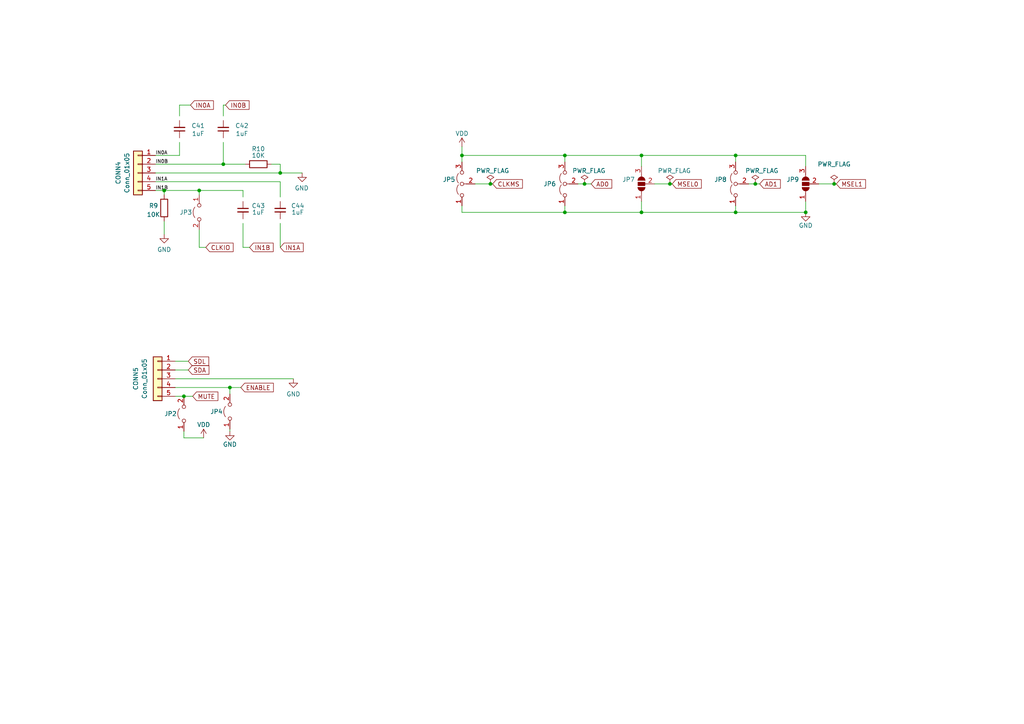
<source format=kicad_sch>
(kicad_sch (version 20211123) (generator eeschema)

  (uuid 2bfe05da-4c21-49bf-9933-299fafa9d514)

  (paper "A4")

  (title_block
    (title "ma12070p Amp")
    (date "2022-06-23")
    (rev "1")
    (comment 1 "designed by Fabian Muehlberger")
  )

  (lib_symbols
    (symbol "Connector_Generic:Conn_01x05" (pin_names (offset 1.016) hide) (in_bom yes) (on_board yes)
      (property "Reference" "J" (id 0) (at 0 7.62 0)
        (effects (font (size 1.27 1.27)))
      )
      (property "Value" "Conn_01x05" (id 1) (at 0 -7.62 0)
        (effects (font (size 1.27 1.27)))
      )
      (property "Footprint" "" (id 2) (at 0 0 0)
        (effects (font (size 1.27 1.27)) hide)
      )
      (property "Datasheet" "~" (id 3) (at 0 0 0)
        (effects (font (size 1.27 1.27)) hide)
      )
      (property "ki_keywords" "connector" (id 4) (at 0 0 0)
        (effects (font (size 1.27 1.27)) hide)
      )
      (property "ki_description" "Generic connector, single row, 01x05, script generated (kicad-library-utils/schlib/autogen/connector/)" (id 5) (at 0 0 0)
        (effects (font (size 1.27 1.27)) hide)
      )
      (property "ki_fp_filters" "Connector*:*_1x??_*" (id 6) (at 0 0 0)
        (effects (font (size 1.27 1.27)) hide)
      )
      (symbol "Conn_01x05_1_1"
        (rectangle (start -1.27 -4.953) (end 0 -5.207)
          (stroke (width 0.1524) (type default) (color 0 0 0 0))
          (fill (type none))
        )
        (rectangle (start -1.27 -2.413) (end 0 -2.667)
          (stroke (width 0.1524) (type default) (color 0 0 0 0))
          (fill (type none))
        )
        (rectangle (start -1.27 0.127) (end 0 -0.127)
          (stroke (width 0.1524) (type default) (color 0 0 0 0))
          (fill (type none))
        )
        (rectangle (start -1.27 2.667) (end 0 2.413)
          (stroke (width 0.1524) (type default) (color 0 0 0 0))
          (fill (type none))
        )
        (rectangle (start -1.27 5.207) (end 0 4.953)
          (stroke (width 0.1524) (type default) (color 0 0 0 0))
          (fill (type none))
        )
        (rectangle (start -1.27 6.35) (end 1.27 -6.35)
          (stroke (width 0.254) (type default) (color 0 0 0 0))
          (fill (type background))
        )
        (pin passive line (at -5.08 5.08 0) (length 3.81)
          (name "Pin_1" (effects (font (size 1.27 1.27))))
          (number "1" (effects (font (size 1.27 1.27))))
        )
        (pin passive line (at -5.08 2.54 0) (length 3.81)
          (name "Pin_2" (effects (font (size 1.27 1.27))))
          (number "2" (effects (font (size 1.27 1.27))))
        )
        (pin passive line (at -5.08 0 0) (length 3.81)
          (name "Pin_3" (effects (font (size 1.27 1.27))))
          (number "3" (effects (font (size 1.27 1.27))))
        )
        (pin passive line (at -5.08 -2.54 0) (length 3.81)
          (name "Pin_4" (effects (font (size 1.27 1.27))))
          (number "4" (effects (font (size 1.27 1.27))))
        )
        (pin passive line (at -5.08 -5.08 0) (length 3.81)
          (name "Pin_5" (effects (font (size 1.27 1.27))))
          (number "5" (effects (font (size 1.27 1.27))))
        )
      )
    )
    (symbol "Device:C_Small" (pin_numbers hide) (pin_names (offset 0.254) hide) (in_bom yes) (on_board yes)
      (property "Reference" "C" (id 0) (at 0.254 1.778 0)
        (effects (font (size 1.27 1.27)) (justify left))
      )
      (property "Value" "C_Small" (id 1) (at 0.254 -2.032 0)
        (effects (font (size 1.27 1.27)) (justify left))
      )
      (property "Footprint" "" (id 2) (at 0 0 0)
        (effects (font (size 1.27 1.27)) hide)
      )
      (property "Datasheet" "~" (id 3) (at 0 0 0)
        (effects (font (size 1.27 1.27)) hide)
      )
      (property "ki_keywords" "capacitor cap" (id 4) (at 0 0 0)
        (effects (font (size 1.27 1.27)) hide)
      )
      (property "ki_description" "Unpolarized capacitor, small symbol" (id 5) (at 0 0 0)
        (effects (font (size 1.27 1.27)) hide)
      )
      (property "ki_fp_filters" "C_*" (id 6) (at 0 0 0)
        (effects (font (size 1.27 1.27)) hide)
      )
      (symbol "C_Small_0_1"
        (polyline
          (pts
            (xy -1.524 -0.508)
            (xy 1.524 -0.508)
          )
          (stroke (width 0.3302) (type default) (color 0 0 0 0))
          (fill (type none))
        )
        (polyline
          (pts
            (xy -1.524 0.508)
            (xy 1.524 0.508)
          )
          (stroke (width 0.3048) (type default) (color 0 0 0 0))
          (fill (type none))
        )
      )
      (symbol "C_Small_1_1"
        (pin passive line (at 0 2.54 270) (length 2.032)
          (name "~" (effects (font (size 1.27 1.27))))
          (number "1" (effects (font (size 1.27 1.27))))
        )
        (pin passive line (at 0 -2.54 90) (length 2.032)
          (name "~" (effects (font (size 1.27 1.27))))
          (number "2" (effects (font (size 1.27 1.27))))
        )
      )
    )
    (symbol "Device:R" (pin_numbers hide) (pin_names (offset 0)) (in_bom yes) (on_board yes)
      (property "Reference" "R" (id 0) (at 2.032 0 90)
        (effects (font (size 1.27 1.27)))
      )
      (property "Value" "R" (id 1) (at 0 0 90)
        (effects (font (size 1.27 1.27)))
      )
      (property "Footprint" "" (id 2) (at -1.778 0 90)
        (effects (font (size 1.27 1.27)) hide)
      )
      (property "Datasheet" "~" (id 3) (at 0 0 0)
        (effects (font (size 1.27 1.27)) hide)
      )
      (property "ki_keywords" "R res resistor" (id 4) (at 0 0 0)
        (effects (font (size 1.27 1.27)) hide)
      )
      (property "ki_description" "Resistor" (id 5) (at 0 0 0)
        (effects (font (size 1.27 1.27)) hide)
      )
      (property "ki_fp_filters" "R_*" (id 6) (at 0 0 0)
        (effects (font (size 1.27 1.27)) hide)
      )
      (symbol "R_0_1"
        (rectangle (start -1.016 -2.54) (end 1.016 2.54)
          (stroke (width 0.254) (type default) (color 0 0 0 0))
          (fill (type none))
        )
      )
      (symbol "R_1_1"
        (pin passive line (at 0 3.81 270) (length 1.27)
          (name "~" (effects (font (size 1.27 1.27))))
          (number "1" (effects (font (size 1.27 1.27))))
        )
        (pin passive line (at 0 -3.81 90) (length 1.27)
          (name "~" (effects (font (size 1.27 1.27))))
          (number "2" (effects (font (size 1.27 1.27))))
        )
      )
    )
    (symbol "Jumper:Jumper_2_Open" (pin_names (offset 0) hide) (in_bom yes) (on_board yes)
      (property "Reference" "JP" (id 0) (at 0 2.794 0)
        (effects (font (size 1.27 1.27)))
      )
      (property "Value" "Jumper_2_Open" (id 1) (at 0 -2.286 0)
        (effects (font (size 1.27 1.27)))
      )
      (property "Footprint" "" (id 2) (at 0 0 0)
        (effects (font (size 1.27 1.27)) hide)
      )
      (property "Datasheet" "~" (id 3) (at 0 0 0)
        (effects (font (size 1.27 1.27)) hide)
      )
      (property "ki_keywords" "Jumper SPST" (id 4) (at 0 0 0)
        (effects (font (size 1.27 1.27)) hide)
      )
      (property "ki_description" "Jumper, 2-pole, open" (id 5) (at 0 0 0)
        (effects (font (size 1.27 1.27)) hide)
      )
      (property "ki_fp_filters" "Jumper* TestPoint*2Pads* TestPoint*Bridge*" (id 6) (at 0 0 0)
        (effects (font (size 1.27 1.27)) hide)
      )
      (symbol "Jumper_2_Open_0_0"
        (circle (center -2.032 0) (radius 0.508)
          (stroke (width 0) (type default) (color 0 0 0 0))
          (fill (type none))
        )
        (circle (center 2.032 0) (radius 0.508)
          (stroke (width 0) (type default) (color 0 0 0 0))
          (fill (type none))
        )
      )
      (symbol "Jumper_2_Open_0_1"
        (arc (start 1.524 1.27) (mid 0 1.778) (end -1.524 1.27)
          (stroke (width 0) (type default) (color 0 0 0 0))
          (fill (type none))
        )
      )
      (symbol "Jumper_2_Open_1_1"
        (pin passive line (at -5.08 0 0) (length 2.54)
          (name "A" (effects (font (size 1.27 1.27))))
          (number "1" (effects (font (size 1.27 1.27))))
        )
        (pin passive line (at 5.08 0 180) (length 2.54)
          (name "B" (effects (font (size 1.27 1.27))))
          (number "2" (effects (font (size 1.27 1.27))))
        )
      )
    )
    (symbol "Jumper:Jumper_3_Open" (pin_names (offset 0) hide) (in_bom yes) (on_board yes)
      (property "Reference" "JP" (id 0) (at -2.54 -2.54 0)
        (effects (font (size 1.27 1.27)))
      )
      (property "Value" "Jumper_3_Open" (id 1) (at 0 2.794 0)
        (effects (font (size 1.27 1.27)))
      )
      (property "Footprint" "" (id 2) (at 0 0 0)
        (effects (font (size 1.27 1.27)) hide)
      )
      (property "Datasheet" "~" (id 3) (at 0 0 0)
        (effects (font (size 1.27 1.27)) hide)
      )
      (property "ki_keywords" "Jumper SPDT" (id 4) (at 0 0 0)
        (effects (font (size 1.27 1.27)) hide)
      )
      (property "ki_description" "Jumper, 3-pole, both open" (id 5) (at 0 0 0)
        (effects (font (size 1.27 1.27)) hide)
      )
      (property "ki_fp_filters" "Jumper* TestPoint*3Pads* TestPoint*Bridge*" (id 6) (at 0 0 0)
        (effects (font (size 1.27 1.27)) hide)
      )
      (symbol "Jumper_3_Open_0_0"
        (circle (center -3.302 0) (radius 0.508)
          (stroke (width 0) (type default) (color 0 0 0 0))
          (fill (type none))
        )
        (circle (center 0 0) (radius 0.508)
          (stroke (width 0) (type default) (color 0 0 0 0))
          (fill (type none))
        )
        (circle (center 3.302 0) (radius 0.508)
          (stroke (width 0) (type default) (color 0 0 0 0))
          (fill (type none))
        )
      )
      (symbol "Jumper_3_Open_0_1"
        (arc (start -0.254 1.016) (mid -1.651 1.4992) (end -3.048 1.016)
          (stroke (width 0) (type default) (color 0 0 0 0))
          (fill (type none))
        )
        (polyline
          (pts
            (xy 0 -0.508)
            (xy 0 -1.27)
          )
          (stroke (width 0) (type default) (color 0 0 0 0))
          (fill (type none))
        )
        (arc (start 3.048 1.016) (mid 1.651 1.4992) (end 0.254 1.016)
          (stroke (width 0) (type default) (color 0 0 0 0))
          (fill (type none))
        )
      )
      (symbol "Jumper_3_Open_1_1"
        (pin passive line (at -6.35 0 0) (length 2.54)
          (name "A" (effects (font (size 1.27 1.27))))
          (number "1" (effects (font (size 1.27 1.27))))
        )
        (pin input line (at 0 -3.81 90) (length 2.54)
          (name "C" (effects (font (size 1.27 1.27))))
          (number "2" (effects (font (size 1.27 1.27))))
        )
        (pin passive line (at 6.35 0 180) (length 2.54)
          (name "B" (effects (font (size 1.27 1.27))))
          (number "3" (effects (font (size 1.27 1.27))))
        )
      )
    )
    (symbol "Jumper:SolderJumper_3_Open" (pin_names (offset 0) hide) (in_bom yes) (on_board yes)
      (property "Reference" "JP" (id 0) (at -2.54 -2.54 0)
        (effects (font (size 1.27 1.27)))
      )
      (property "Value" "SolderJumper_3_Open" (id 1) (at 0 2.794 0)
        (effects (font (size 1.27 1.27)))
      )
      (property "Footprint" "" (id 2) (at 0 0 0)
        (effects (font (size 1.27 1.27)) hide)
      )
      (property "Datasheet" "~" (id 3) (at 0 0 0)
        (effects (font (size 1.27 1.27)) hide)
      )
      (property "ki_keywords" "Solder Jumper SPDT" (id 4) (at 0 0 0)
        (effects (font (size 1.27 1.27)) hide)
      )
      (property "ki_description" "Solder Jumper, 3-pole, open" (id 5) (at 0 0 0)
        (effects (font (size 1.27 1.27)) hide)
      )
      (property "ki_fp_filters" "SolderJumper*Open*" (id 6) (at 0 0 0)
        (effects (font (size 1.27 1.27)) hide)
      )
      (symbol "SolderJumper_3_Open_0_1"
        (arc (start -1.016 1.016) (mid -2.032 0) (end -1.016 -1.016)
          (stroke (width 0) (type default) (color 0 0 0 0))
          (fill (type none))
        )
        (arc (start -1.016 1.016) (mid -2.032 0) (end -1.016 -1.016)
          (stroke (width 0) (type default) (color 0 0 0 0))
          (fill (type outline))
        )
        (rectangle (start -0.508 1.016) (end 0.508 -1.016)
          (stroke (width 0) (type default) (color 0 0 0 0))
          (fill (type outline))
        )
        (polyline
          (pts
            (xy -2.54 0)
            (xy -2.032 0)
          )
          (stroke (width 0) (type default) (color 0 0 0 0))
          (fill (type none))
        )
        (polyline
          (pts
            (xy -1.016 1.016)
            (xy -1.016 -1.016)
          )
          (stroke (width 0) (type default) (color 0 0 0 0))
          (fill (type none))
        )
        (polyline
          (pts
            (xy 0 -1.27)
            (xy 0 -1.016)
          )
          (stroke (width 0) (type default) (color 0 0 0 0))
          (fill (type none))
        )
        (polyline
          (pts
            (xy 1.016 1.016)
            (xy 1.016 -1.016)
          )
          (stroke (width 0) (type default) (color 0 0 0 0))
          (fill (type none))
        )
        (polyline
          (pts
            (xy 2.54 0)
            (xy 2.032 0)
          )
          (stroke (width 0) (type default) (color 0 0 0 0))
          (fill (type none))
        )
        (arc (start 1.016 -1.016) (mid 2.032 0) (end 1.016 1.016)
          (stroke (width 0) (type default) (color 0 0 0 0))
          (fill (type none))
        )
        (arc (start 1.016 -1.016) (mid 2.032 0) (end 1.016 1.016)
          (stroke (width 0) (type default) (color 0 0 0 0))
          (fill (type outline))
        )
      )
      (symbol "SolderJumper_3_Open_1_1"
        (pin passive line (at -5.08 0 0) (length 2.54)
          (name "A" (effects (font (size 1.27 1.27))))
          (number "1" (effects (font (size 1.27 1.27))))
        )
        (pin input line (at 0 -3.81 90) (length 2.54)
          (name "C" (effects (font (size 1.27 1.27))))
          (number "2" (effects (font (size 1.27 1.27))))
        )
        (pin passive line (at 5.08 0 180) (length 2.54)
          (name "B" (effects (font (size 1.27 1.27))))
          (number "3" (effects (font (size 1.27 1.27))))
        )
      )
    )
    (symbol "power:GND" (power) (pin_names (offset 0)) (in_bom yes) (on_board yes)
      (property "Reference" "#PWR" (id 0) (at 0 -6.35 0)
        (effects (font (size 1.27 1.27)) hide)
      )
      (property "Value" "GND" (id 1) (at 0 -3.81 0)
        (effects (font (size 1.27 1.27)))
      )
      (property "Footprint" "" (id 2) (at 0 0 0)
        (effects (font (size 1.27 1.27)) hide)
      )
      (property "Datasheet" "" (id 3) (at 0 0 0)
        (effects (font (size 1.27 1.27)) hide)
      )
      (property "ki_keywords" "power-flag" (id 4) (at 0 0 0)
        (effects (font (size 1.27 1.27)) hide)
      )
      (property "ki_description" "Power symbol creates a global label with name \"GND\" , ground" (id 5) (at 0 0 0)
        (effects (font (size 1.27 1.27)) hide)
      )
      (symbol "GND_0_1"
        (polyline
          (pts
            (xy 0 0)
            (xy 0 -1.27)
            (xy 1.27 -1.27)
            (xy 0 -2.54)
            (xy -1.27 -1.27)
            (xy 0 -1.27)
          )
          (stroke (width 0) (type default) (color 0 0 0 0))
          (fill (type none))
        )
      )
      (symbol "GND_1_1"
        (pin power_in line (at 0 0 270) (length 0) hide
          (name "GND" (effects (font (size 1.27 1.27))))
          (number "1" (effects (font (size 1.27 1.27))))
        )
      )
    )
    (symbol "power:PWR_FLAG" (power) (pin_numbers hide) (pin_names (offset 0) hide) (in_bom yes) (on_board yes)
      (property "Reference" "#FLG" (id 0) (at 0 1.905 0)
        (effects (font (size 1.27 1.27)) hide)
      )
      (property "Value" "PWR_FLAG" (id 1) (at 0 3.81 0)
        (effects (font (size 1.27 1.27)))
      )
      (property "Footprint" "" (id 2) (at 0 0 0)
        (effects (font (size 1.27 1.27)) hide)
      )
      (property "Datasheet" "~" (id 3) (at 0 0 0)
        (effects (font (size 1.27 1.27)) hide)
      )
      (property "ki_keywords" "power-flag" (id 4) (at 0 0 0)
        (effects (font (size 1.27 1.27)) hide)
      )
      (property "ki_description" "Special symbol for telling ERC where power comes from" (id 5) (at 0 0 0)
        (effects (font (size 1.27 1.27)) hide)
      )
      (symbol "PWR_FLAG_0_0"
        (pin power_out line (at 0 0 90) (length 0)
          (name "pwr" (effects (font (size 1.27 1.27))))
          (number "1" (effects (font (size 1.27 1.27))))
        )
      )
      (symbol "PWR_FLAG_0_1"
        (polyline
          (pts
            (xy 0 0)
            (xy 0 1.27)
            (xy -1.016 1.905)
            (xy 0 2.54)
            (xy 1.016 1.905)
            (xy 0 1.27)
          )
          (stroke (width 0) (type default) (color 0 0 0 0))
          (fill (type none))
        )
      )
    )
    (symbol "power:VDD" (power) (pin_names (offset 0)) (in_bom yes) (on_board yes)
      (property "Reference" "#PWR" (id 0) (at 0 -3.81 0)
        (effects (font (size 1.27 1.27)) hide)
      )
      (property "Value" "VDD" (id 1) (at 0 3.81 0)
        (effects (font (size 1.27 1.27)))
      )
      (property "Footprint" "" (id 2) (at 0 0 0)
        (effects (font (size 1.27 1.27)) hide)
      )
      (property "Datasheet" "" (id 3) (at 0 0 0)
        (effects (font (size 1.27 1.27)) hide)
      )
      (property "ki_keywords" "power-flag" (id 4) (at 0 0 0)
        (effects (font (size 1.27 1.27)) hide)
      )
      (property "ki_description" "Power symbol creates a global label with name \"VDD\"" (id 5) (at 0 0 0)
        (effects (font (size 1.27 1.27)) hide)
      )
      (symbol "VDD_0_1"
        (polyline
          (pts
            (xy -0.762 1.27)
            (xy 0 2.54)
          )
          (stroke (width 0) (type default) (color 0 0 0 0))
          (fill (type none))
        )
        (polyline
          (pts
            (xy 0 0)
            (xy 0 2.54)
          )
          (stroke (width 0) (type default) (color 0 0 0 0))
          (fill (type none))
        )
        (polyline
          (pts
            (xy 0 2.54)
            (xy 0.762 1.27)
          )
          (stroke (width 0) (type default) (color 0 0 0 0))
          (fill (type none))
        )
      )
      (symbol "VDD_1_1"
        (pin power_in line (at 0 0 90) (length 0) hide
          (name "VDD" (effects (font (size 1.27 1.27))))
          (number "1" (effects (font (size 1.27 1.27))))
        )
      )
    )
  )

  (junction (at 219.075 53.34) (diameter 0) (color 0 0 0 0)
    (uuid 006c179a-bdd1-4975-90c3-dd4562fe50a0)
  )
  (junction (at 57.785 55.245) (diameter 0) (color 0 0 0 0)
    (uuid 11de6b66-d9db-40db-81a4-4f1bd21cbfd4)
  )
  (junction (at 66.675 112.395) (diameter 0) (color 0 0 0 0)
    (uuid 122e8e1b-e35e-46ee-bb76-3b373bf7c852)
  )
  (junction (at 163.83 45.085) (diameter 0) (color 0 0 0 0)
    (uuid 2e9e45a6-4130-47b6-8ed6-d84fbf5cda11)
  )
  (junction (at 186.055 61.595) (diameter 0) (color 0 0 0 0)
    (uuid 63ea64b7-8c9f-4cf7-9e57-2d50966db493)
  )
  (junction (at 163.83 61.595) (diameter 0) (color 0 0 0 0)
    (uuid 650a242a-f6ea-49f8-9ad7-9326e66d112e)
  )
  (junction (at 241.935 53.34) (diameter 0) (color 0 0 0 0)
    (uuid 670ad616-0ea9-4068-ae03-69cda8d0a555)
  )
  (junction (at 53.34 114.935) (diameter 0) (color 0 0 0 0)
    (uuid 671e046e-0339-4b08-8594-aa27d1d15bf8)
  )
  (junction (at 142.24 53.34) (diameter 0) (color 0 0 0 0)
    (uuid 69f87d46-aa85-40d7-9f04-a3001aefe1a9)
  )
  (junction (at 169.545 53.34) (diameter 0) (color 0 0 0 0)
    (uuid 6a1ff3f3-8307-4207-8889-b66907b94b97)
  )
  (junction (at 133.985 45.085) (diameter 0) (color 0 0 0 0)
    (uuid 71675cfb-ad80-4192-9146-f45202ef7fe4)
  )
  (junction (at 213.36 45.085) (diameter 0) (color 0 0 0 0)
    (uuid b28a1a38-fa41-4425-9264-37c338f97e62)
  )
  (junction (at 213.36 61.595) (diameter 0) (color 0 0 0 0)
    (uuid c7264a9e-2ba1-44d6-b400-583936858545)
  )
  (junction (at 81.28 50.165) (diameter 0) (color 0 0 0 0)
    (uuid ce752573-4dbd-4e78-ad9f-d30083d4a5b1)
  )
  (junction (at 194.31 53.34) (diameter 0) (color 0 0 0 0)
    (uuid d2ef18ea-cbc7-43cb-ad4e-04b78b283f31)
  )
  (junction (at 186.055 45.085) (diameter 0) (color 0 0 0 0)
    (uuid de0847f0-b81e-4695-a2af-ed4246cd6990)
  )
  (junction (at 233.68 61.595) (diameter 0) (color 0 0 0 0)
    (uuid ec771424-b6e1-4753-b8b8-0fec38f658a1)
  )
  (junction (at 47.625 55.245) (diameter 0) (color 0 0 0 0)
    (uuid f394e8bd-b340-4e6d-ab5f-c913112c9ba2)
  )
  (junction (at 64.77 47.625) (diameter 0) (color 0 0 0 0)
    (uuid f4bc470f-496d-4774-90e4-14a4c70a2b7f)
  )

  (wire (pts (xy 53.34 114.935) (xy 55.88 114.935))
    (stroke (width 0) (type default) (color 0 0 0 0))
    (uuid 01764c4a-4673-4c17-a053-36621b24497a)
  )
  (wire (pts (xy 57.785 66.675) (xy 57.785 71.755))
    (stroke (width 0) (type default) (color 0 0 0 0))
    (uuid 0389a72f-1b43-4515-abff-2cdefadfa014)
  )
  (wire (pts (xy 241.935 53.34) (xy 242.57 53.34))
    (stroke (width 0) (type default) (color 0 0 0 0))
    (uuid 08238283-c803-472a-bc56-bc84d87c4a76)
  )
  (wire (pts (xy 233.68 45.085) (xy 233.68 48.26))
    (stroke (width 0) (type default) (color 0 0 0 0))
    (uuid 0c31137c-b7c5-4c60-8041-3ffec8f51eaa)
  )
  (wire (pts (xy 217.17 53.34) (xy 219.075 53.34))
    (stroke (width 0) (type default) (color 0 0 0 0))
    (uuid 0f1d3bc9-80eb-4125-8186-d7f358a9c1b9)
  )
  (wire (pts (xy 163.83 45.085) (xy 186.055 45.085))
    (stroke (width 0) (type default) (color 0 0 0 0))
    (uuid 12cabc1f-1ed1-47e5-bf0b-5b252149ae22)
  )
  (wire (pts (xy 50.8 104.775) (xy 54.61 104.775))
    (stroke (width 0) (type default) (color 0 0 0 0))
    (uuid 16c64416-6035-4204-8e7f-92da3d00b9d2)
  )
  (wire (pts (xy 57.785 71.755) (xy 59.69 71.755))
    (stroke (width 0) (type default) (color 0 0 0 0))
    (uuid 1c66d4ce-d063-4e8a-aa4d-1aa9a0d18b33)
  )
  (wire (pts (xy 50.8 107.315) (xy 54.61 107.315))
    (stroke (width 0) (type default) (color 0 0 0 0))
    (uuid 1f6d86b8-f58e-4970-9c87-f82a44f1776e)
  )
  (wire (pts (xy 45.085 47.625) (xy 64.77 47.625))
    (stroke (width 0) (type default) (color 0 0 0 0))
    (uuid 214b9769-d7f0-4ccb-99e9-360e3e213315)
  )
  (wire (pts (xy 189.865 53.34) (xy 194.31 53.34))
    (stroke (width 0) (type default) (color 0 0 0 0))
    (uuid 246fb2cd-acce-4b8d-9a18-c578d298cbff)
  )
  (wire (pts (xy 213.36 45.085) (xy 213.36 46.99))
    (stroke (width 0) (type default) (color 0 0 0 0))
    (uuid 2666105b-aa9d-4b36-a065-5ee1523bca33)
  )
  (wire (pts (xy 186.055 45.085) (xy 213.36 45.085))
    (stroke (width 0) (type default) (color 0 0 0 0))
    (uuid 29ab6fc1-7a32-407d-9334-51de0f756d8f)
  )
  (wire (pts (xy 213.36 59.69) (xy 213.36 61.595))
    (stroke (width 0) (type default) (color 0 0 0 0))
    (uuid 30d6ba06-dcf5-4e1c-9457-892ef79f97ec)
  )
  (wire (pts (xy 66.675 124.46) (xy 66.675 125.095))
    (stroke (width 0) (type default) (color 0 0 0 0))
    (uuid 346d87f1-01ab-46e9-b4b1-297c3163cdeb)
  )
  (wire (pts (xy 169.545 53.34) (xy 171.45 53.34))
    (stroke (width 0) (type default) (color 0 0 0 0))
    (uuid 36746fdf-5bfe-498c-94ed-17af4d33d08b)
  )
  (wire (pts (xy 45.085 45.085) (xy 52.07 45.085))
    (stroke (width 0) (type default) (color 0 0 0 0))
    (uuid 3ab7fba9-9620-452d-bcd1-18af8970663c)
  )
  (wire (pts (xy 81.28 50.165) (xy 87.63 50.165))
    (stroke (width 0) (type default) (color 0 0 0 0))
    (uuid 3c0d2f73-6abc-40a9-93c6-62cea2c6b91f)
  )
  (wire (pts (xy 64.77 30.48) (xy 65.405 30.48))
    (stroke (width 0) (type default) (color 0 0 0 0))
    (uuid 3c5da209-5419-4fa0-a500-82f85e8828bc)
  )
  (wire (pts (xy 53.34 127) (xy 59.055 127))
    (stroke (width 0) (type default) (color 0 0 0 0))
    (uuid 40d041b6-5862-4366-9730-0c4eb0916a49)
  )
  (wire (pts (xy 81.28 52.705) (xy 81.28 57.15))
    (stroke (width 0) (type default) (color 0 0 0 0))
    (uuid 41b93e30-1738-404c-b473-8314a67aacfc)
  )
  (wire (pts (xy 66.675 112.395) (xy 69.85 112.395))
    (stroke (width 0) (type default) (color 0 0 0 0))
    (uuid 4275a0e5-ef2f-446a-8279-636b6be4185d)
  )
  (wire (pts (xy 70.485 57.15) (xy 70.485 55.245))
    (stroke (width 0) (type default) (color 0 0 0 0))
    (uuid 4a0cddbd-910d-4bfe-bef5-39288b95a459)
  )
  (wire (pts (xy 133.985 45.085) (xy 163.83 45.085))
    (stroke (width 0) (type default) (color 0 0 0 0))
    (uuid 4b3d0b76-fcae-4aa7-a9f8-2aeb65a98a33)
  )
  (wire (pts (xy 186.055 58.42) (xy 186.055 61.595))
    (stroke (width 0) (type default) (color 0 0 0 0))
    (uuid 4f8fa38f-7fb9-4fdb-9271-ff57423ac9ff)
  )
  (wire (pts (xy 70.485 55.245) (xy 57.785 55.245))
    (stroke (width 0) (type default) (color 0 0 0 0))
    (uuid 5b170c83-ae76-4100-b214-75f5baa05cf0)
  )
  (wire (pts (xy 53.34 125.095) (xy 53.34 127))
    (stroke (width 0) (type default) (color 0 0 0 0))
    (uuid 7a44de62-7778-494c-83ca-e8da8ba5c927)
  )
  (wire (pts (xy 66.675 112.395) (xy 66.675 114.3))
    (stroke (width 0) (type default) (color 0 0 0 0))
    (uuid 7d7a6067-2fa6-488e-a3c3-7fa3dfae84c3)
  )
  (wire (pts (xy 219.075 53.34) (xy 220.345 53.34))
    (stroke (width 0) (type default) (color 0 0 0 0))
    (uuid 7fe3e15b-eab7-4607-974d-43ec33ef0a46)
  )
  (wire (pts (xy 52.07 33.655) (xy 52.07 30.48))
    (stroke (width 0) (type default) (color 0 0 0 0))
    (uuid 7ffbb970-e44e-40c9-8b1f-9faa32702444)
  )
  (wire (pts (xy 167.64 53.34) (xy 169.545 53.34))
    (stroke (width 0) (type default) (color 0 0 0 0))
    (uuid 8324b8aa-ee9f-4296-bfa0-7e86aa1381e6)
  )
  (wire (pts (xy 133.985 45.085) (xy 133.985 46.99))
    (stroke (width 0) (type default) (color 0 0 0 0))
    (uuid 84513fe9-6638-4265-9de5-83416d78161c)
  )
  (wire (pts (xy 64.77 33.655) (xy 64.77 30.48))
    (stroke (width 0) (type default) (color 0 0 0 0))
    (uuid 845884e7-bac1-43b4-a3df-a665004ddfc8)
  )
  (wire (pts (xy 186.055 61.595) (xy 213.36 61.595))
    (stroke (width 0) (type default) (color 0 0 0 0))
    (uuid 8abe2246-46e6-4e18-9bd1-997f773ec886)
  )
  (wire (pts (xy 137.795 53.34) (xy 142.24 53.34))
    (stroke (width 0) (type default) (color 0 0 0 0))
    (uuid 9076fffb-ee07-4fb0-abd3-082cba53513d)
  )
  (wire (pts (xy 194.31 53.34) (xy 194.945 53.34))
    (stroke (width 0) (type default) (color 0 0 0 0))
    (uuid 916fda47-a64f-450e-ae68-e4466163873a)
  )
  (wire (pts (xy 233.68 58.42) (xy 233.68 61.595))
    (stroke (width 0) (type default) (color 0 0 0 0))
    (uuid 92fdf191-acb8-4fb2-a714-9ac30910e3ba)
  )
  (wire (pts (xy 50.8 114.935) (xy 53.34 114.935))
    (stroke (width 0) (type default) (color 0 0 0 0))
    (uuid 98fb2590-65ae-419a-811e-356c6f9d80b5)
  )
  (wire (pts (xy 81.28 47.625) (xy 81.28 50.165))
    (stroke (width 0) (type default) (color 0 0 0 0))
    (uuid 9a1b5763-a10c-4ea7-b2a5-bc49575966ac)
  )
  (wire (pts (xy 47.625 55.245) (xy 57.785 55.245))
    (stroke (width 0) (type default) (color 0 0 0 0))
    (uuid 9b5a8c16-2e58-45d0-b9b2-2de06ea20030)
  )
  (wire (pts (xy 47.625 64.135) (xy 47.625 67.945))
    (stroke (width 0) (type default) (color 0 0 0 0))
    (uuid a3778bb5-2791-4d96-8efe-3076cde1b9b8)
  )
  (wire (pts (xy 237.49 53.34) (xy 241.935 53.34))
    (stroke (width 0) (type default) (color 0 0 0 0))
    (uuid ac7b0f2b-7a88-4c7c-b88c-0b59adab0e62)
  )
  (wire (pts (xy 45.085 50.165) (xy 81.28 50.165))
    (stroke (width 0) (type default) (color 0 0 0 0))
    (uuid adc4ccb2-abca-409c-b7cf-41bc067ee862)
  )
  (wire (pts (xy 50.8 109.855) (xy 85.09 109.855))
    (stroke (width 0) (type default) (color 0 0 0 0))
    (uuid b3e07641-2306-4b3e-9a7e-840b96a1fa70)
  )
  (wire (pts (xy 142.24 53.34) (xy 142.875 53.34))
    (stroke (width 0) (type default) (color 0 0 0 0))
    (uuid b8c2ce72-50f8-415d-b7be-93bda50fc5cf)
  )
  (wire (pts (xy 78.74 47.625) (xy 81.28 47.625))
    (stroke (width 0) (type default) (color 0 0 0 0))
    (uuid be7f8d24-1518-4cf8-bf64-73c9ea492037)
  )
  (wire (pts (xy 57.785 55.245) (xy 57.785 56.515))
    (stroke (width 0) (type default) (color 0 0 0 0))
    (uuid c2ce31d3-f0df-4b10-8acc-f5874c144277)
  )
  (wire (pts (xy 45.085 52.705) (xy 81.28 52.705))
    (stroke (width 0) (type default) (color 0 0 0 0))
    (uuid c3597b47-f954-4d2a-8e9f-c305215102be)
  )
  (wire (pts (xy 52.07 30.48) (xy 55.245 30.48))
    (stroke (width 0) (type default) (color 0 0 0 0))
    (uuid c54fef9b-960a-4567-9399-4d6ddff0e63a)
  )
  (wire (pts (xy 163.83 45.085) (xy 163.83 46.99))
    (stroke (width 0) (type default) (color 0 0 0 0))
    (uuid c78ae1b6-8470-41b4-a1d5-9234147b14a3)
  )
  (wire (pts (xy 186.055 45.085) (xy 186.055 48.26))
    (stroke (width 0) (type default) (color 0 0 0 0))
    (uuid cae38f0f-919e-4fb4-ad2c-1a5ade1857d3)
  )
  (wire (pts (xy 163.83 61.595) (xy 186.055 61.595))
    (stroke (width 0) (type default) (color 0 0 0 0))
    (uuid d446bec5-1306-4f74-a4f3-b286b1be4183)
  )
  (wire (pts (xy 45.085 55.245) (xy 47.625 55.245))
    (stroke (width 0) (type default) (color 0 0 0 0))
    (uuid df499536-4922-4120-8e72-c76a13859116)
  )
  (wire (pts (xy 70.485 64.77) (xy 70.485 71.755))
    (stroke (width 0) (type default) (color 0 0 0 0))
    (uuid e0ff6ae3-6048-4c26-b99d-f5c3b243d71c)
  )
  (wire (pts (xy 213.36 45.085) (xy 233.68 45.085))
    (stroke (width 0) (type default) (color 0 0 0 0))
    (uuid e1a68f6f-9d1c-4b3a-9c49-c72b3276e700)
  )
  (wire (pts (xy 213.36 61.595) (xy 233.68 61.595))
    (stroke (width 0) (type default) (color 0 0 0 0))
    (uuid e1e40eda-6965-4e11-bfdd-c2671f621204)
  )
  (wire (pts (xy 47.625 55.245) (xy 47.625 56.515))
    (stroke (width 0) (type default) (color 0 0 0 0))
    (uuid e1f3c089-fd10-44f2-8127-a715abc53a4a)
  )
  (wire (pts (xy 133.985 61.595) (xy 163.83 61.595))
    (stroke (width 0) (type default) (color 0 0 0 0))
    (uuid e4ce2f83-3003-40f1-b2db-1a931eff9b2d)
  )
  (wire (pts (xy 133.985 59.69) (xy 133.985 61.595))
    (stroke (width 0) (type default) (color 0 0 0 0))
    (uuid e7182b75-c1d3-464f-9404-1d58a281a071)
  )
  (wire (pts (xy 64.77 41.275) (xy 64.77 47.625))
    (stroke (width 0) (type default) (color 0 0 0 0))
    (uuid ebfe47c8-bdfb-482b-8874-1307c54d9750)
  )
  (wire (pts (xy 163.83 59.69) (xy 163.83 61.595))
    (stroke (width 0) (type default) (color 0 0 0 0))
    (uuid f23978cd-7b1a-4c38-ae20-7a5d65b11e90)
  )
  (wire (pts (xy 81.28 71.755) (xy 81.28 64.77))
    (stroke (width 0) (type default) (color 0 0 0 0))
    (uuid f6c4a7d7-f971-4fe6-95fc-81ecc86c88c3)
  )
  (wire (pts (xy 133.985 42.545) (xy 133.985 45.085))
    (stroke (width 0) (type default) (color 0 0 0 0))
    (uuid f8253213-6ebe-4ae9-a28c-681851b5108c)
  )
  (wire (pts (xy 64.77 47.625) (xy 71.12 47.625))
    (stroke (width 0) (type default) (color 0 0 0 0))
    (uuid f848b116-6489-4c0d-aaf1-cfe49cfa3930)
  )
  (wire (pts (xy 52.07 41.275) (xy 52.07 45.085))
    (stroke (width 0) (type default) (color 0 0 0 0))
    (uuid f9903a45-b72c-4b19-87ce-210caed31d3c)
  )
  (wire (pts (xy 70.485 71.755) (xy 72.39 71.755))
    (stroke (width 0) (type default) (color 0 0 0 0))
    (uuid fb171474-58d4-45ab-806f-9df3ad4848c1)
  )
  (wire (pts (xy 50.8 112.395) (xy 66.675 112.395))
    (stroke (width 0) (type default) (color 0 0 0 0))
    (uuid fb63c955-179a-4b65-8f01-51d387e33d72)
  )

  (label "IN1B" (at 45.085 55.245 0)
    (effects (font (size 1 1)) (justify left bottom))
    (uuid a39ab685-b056-484c-bc2d-2833e45bd129)
  )
  (label "IN0B" (at 45.085 47.625 0)
    (effects (font (size 1 1)) (justify left bottom))
    (uuid bffbee85-d19b-4d00-bcd9-7644150a1c37)
  )
  (label "IN0A" (at 45.085 45.085 0)
    (effects (font (size 1 1)) (justify left bottom))
    (uuid e728c09b-5eae-41f0-a7c0-8ac4d308e5aa)
  )
  (label "IN1A" (at 45.085 52.705 0)
    (effects (font (size 1 1)) (justify left bottom))
    (uuid f24646e4-84ed-4c30-b78f-30951c8139cf)
  )

  (global_label "MSEL0" (shape input) (at 194.945 53.34 0) (fields_autoplaced)
    (effects (font (size 1.27 1.27)) (justify left))
    (uuid 0b275dd2-4165-4d70-b96f-510bd8df5386)
    (property "Intersheet References" "${INTERSHEET_REFS}" (id 0) (at 203.3168 53.4194 0)
      (effects (font (size 1.27 1.27)) (justify left) hide)
    )
  )
  (global_label "AD1" (shape input) (at 220.345 53.34 0) (fields_autoplaced)
    (effects (font (size 1.27 1.27)) (justify left))
    (uuid 15d76a8c-2ffe-4539-be82-f054e30a5003)
    (property "Intersheet References" "${INTERSHEET_REFS}" (id 0) (at 226.2373 53.4194 0)
      (effects (font (size 1.27 1.27)) (justify left) hide)
    )
  )
  (global_label "CLKIO" (shape input) (at 59.69 71.755 0) (fields_autoplaced)
    (effects (font (size 1.27 1.27)) (justify left))
    (uuid 2d7137d6-1fce-4e85-b3c6-6cffb49e2c4c)
    (property "Intersheet References" "${INTERSHEET_REFS}" (id 0) (at 67.5175 71.6756 0)
      (effects (font (size 1.27 1.27)) (justify left) hide)
    )
  )
  (global_label "MUTE" (shape input) (at 55.88 114.935 0) (fields_autoplaced)
    (effects (font (size 1.27 1.27)) (justify left))
    (uuid 3c43b862-699a-4806-8267-7fe24bc43c02)
    (property "Intersheet References" "${INTERSHEET_REFS}" (id 0) (at 63.1028 115.0144 0)
      (effects (font (size 1.27 1.27)) (justify left) hide)
    )
  )
  (global_label "IN0A" (shape input) (at 55.245 30.48 0) (fields_autoplaced)
    (effects (font (size 1.27 1.27)) (justify left))
    (uuid 57688f91-93f9-4bff-a6d0-f4778d4aa498)
    (property "Intersheet References" "${INTERSHEET_REFS}" (id 0) (at 61.8025 30.5594 0)
      (effects (font (size 1.27 1.27)) (justify left) hide)
    )
  )
  (global_label "IN1B" (shape input) (at 72.39 71.755 0) (fields_autoplaced)
    (effects (font (size 1.27 1.27)) (justify left))
    (uuid 7ce30f45-c661-4d6a-9d26-94ad40ea37d2)
    (property "Intersheet References" "${INTERSHEET_REFS}" (id 0) (at 79.129 71.8344 0)
      (effects (font (size 1.27 1.27)) (justify left) hide)
    )
  )
  (global_label "CLKMS" (shape input) (at 142.875 53.34 0) (fields_autoplaced)
    (effects (font (size 1.27 1.27)) (justify left))
    (uuid 8490bce3-f0b8-409d-a3a4-035e50fa7920)
    (property "Intersheet References" "${INTERSHEET_REFS}" (id 0) (at 151.4282 53.2606 0)
      (effects (font (size 1.27 1.27)) (justify left) hide)
    )
  )
  (global_label "IN0B" (shape input) (at 65.405 30.48 0) (fields_autoplaced)
    (effects (font (size 1.27 1.27)) (justify left))
    (uuid 84bdbbcf-a1d5-4e8e-b572-15b79e014d97)
    (property "Intersheet References" "${INTERSHEET_REFS}" (id 0) (at 72.144 30.5594 0)
      (effects (font (size 1.27 1.27)) (justify left) hide)
    )
  )
  (global_label "SDA" (shape input) (at 54.61 107.315 0) (fields_autoplaced)
    (effects (font (size 1.27 1.27)) (justify left))
    (uuid 92735180-72da-4a5c-8a15-5b4239c44a0d)
    (property "Intersheet References" "${INTERSHEET_REFS}" (id 0) (at 60.5023 107.3944 0)
      (effects (font (size 1.27 1.27)) (justify left) hide)
    )
  )
  (global_label "SDL" (shape input) (at 54.61 104.775 0) (fields_autoplaced)
    (effects (font (size 1.27 1.27)) (justify left))
    (uuid a8bece51-1c12-407a-8328-d637aa0d2449)
    (property "Intersheet References" "${INTERSHEET_REFS}" (id 0) (at 60.4418 104.8544 0)
      (effects (font (size 1.27 1.27)) (justify left) hide)
    )
  )
  (global_label "IN1A" (shape input) (at 81.28 71.755 0) (fields_autoplaced)
    (effects (font (size 1.27 1.27)) (justify left))
    (uuid cb98121e-bf37-4ac9-b523-b0daf5444d71)
    (property "Intersheet References" "${INTERSHEET_REFS}" (id 0) (at 87.8375 71.8344 0)
      (effects (font (size 1.27 1.27)) (justify left) hide)
    )
  )
  (global_label "ENABLE" (shape input) (at 69.85 112.395 0) (fields_autoplaced)
    (effects (font (size 1.27 1.27)) (justify left))
    (uuid d3e7114e-5956-4561-86a3-6133a80e5829)
    (property "Intersheet References" "${INTERSHEET_REFS}" (id 0) (at 79.1894 112.4744 0)
      (effects (font (size 1.27 1.27)) (justify left) hide)
    )
  )
  (global_label "MSEL1" (shape input) (at 242.57 53.34 0) (fields_autoplaced)
    (effects (font (size 1.27 1.27)) (justify left))
    (uuid d664ad2c-1dd9-44f8-ab59-e61aa959cc5e)
    (property "Intersheet References" "${INTERSHEET_REFS}" (id 0) (at 250.9418 53.2606 0)
      (effects (font (size 1.27 1.27)) (justify left) hide)
    )
  )
  (global_label "AD0" (shape input) (at 171.45 53.34 0) (fields_autoplaced)
    (effects (font (size 1.27 1.27)) (justify left))
    (uuid f0428f06-4f3f-4e48-a08d-eefb670b671c)
    (property "Intersheet References" "${INTERSHEET_REFS}" (id 0) (at 177.3423 53.4194 0)
      (effects (font (size 1.27 1.27)) (justify left) hide)
    )
  )

  (symbol (lib_id "power:VDD") (at 59.055 127 0) (unit 1)
    (in_bom yes) (on_board yes)
    (uuid 05e7ae7f-1284-46ee-9714-8f284e3ede57)
    (property "Reference" "#PWR028" (id 0) (at 59.055 130.81 0)
      (effects (font (size 1.27 1.27)) hide)
    )
    (property "Value" "VDD" (id 1) (at 59.055 123.19 0))
    (property "Footprint" "" (id 2) (at 59.055 127 0)
      (effects (font (size 1.27 1.27)) hide)
    )
    (property "Datasheet" "" (id 3) (at 59.055 127 0)
      (effects (font (size 1.27 1.27)) hide)
    )
    (pin "1" (uuid 6fc9084f-3be1-4981-9cc5-74b32e282d6d))
  )

  (symbol (lib_id "Connector_Generic:Conn_01x05") (at 40.005 50.165 0) (mirror y) (unit 1)
    (in_bom yes) (on_board yes)
    (uuid 09e2909d-4f5c-4518-a5ad-c3d4ad284416)
    (property "Reference" "CONN4" (id 0) (at 34.29 50.165 90))
    (property "Value" "Conn_01x05" (id 1) (at 36.83 50.165 90))
    (property "Footprint" "Connector_PinHeader_2.54mm:PinHeader_1x05_P2.54mm_Vertical" (id 2) (at 40.005 50.165 0)
      (effects (font (size 1.27 1.27)) hide)
    )
    (property "Datasheet" "~" (id 3) (at 40.005 50.165 0)
      (effects (font (size 1.27 1.27)) hide)
    )
    (property "infineonRef" "PAUDIO1" (id 4) (at 40.005 50.165 0)
      (effects (font (size 1.27 1.27)) hide)
    )
    (pin "1" (uuid eb097467-85ce-4d80-866e-7b4895d5e3ad))
    (pin "2" (uuid 96d88340-89a8-4664-ba03-7db8b11da986))
    (pin "3" (uuid 60b71bae-9a74-4c5a-90d8-77978b453154))
    (pin "4" (uuid f0728cac-e639-49d4-b9d7-e66e82c3c5c4))
    (pin "5" (uuid 4b0aa408-ae0f-402f-bb4c-2150fe93187a))
  )

  (symbol (lib_id "power:GND") (at 66.675 125.095 0) (unit 1)
    (in_bom yes) (on_board yes)
    (uuid 10e38f67-1c25-4f56-a396-f26fb59e8a32)
    (property "Reference" "#PWR029" (id 0) (at 66.675 131.445 0)
      (effects (font (size 1.27 1.27)) hide)
    )
    (property "Value" "GND" (id 1) (at 66.675 128.905 0))
    (property "Footprint" "" (id 2) (at 66.675 125.095 0)
      (effects (font (size 1.27 1.27)) hide)
    )
    (property "Datasheet" "" (id 3) (at 66.675 125.095 0)
      (effects (font (size 1.27 1.27)) hide)
    )
    (pin "1" (uuid 2a6f74d6-1e03-4960-8b3f-3af3d6370e5d))
  )

  (symbol (lib_id "Device:R") (at 74.93 47.625 90) (unit 1)
    (in_bom yes) (on_board yes)
    (uuid 167291af-11c0-4e84-baf5-b28e6a073d9f)
    (property "Reference" "R10" (id 0) (at 74.93 43.18 90))
    (property "Value" "10K" (id 1) (at 74.93 45.085 90))
    (property "Footprint" "Resistor_SMD:R_1206_3216Metric" (id 2) (at 74.93 49.403 90)
      (effects (font (size 1.27 1.27)) hide)
    )
    (property "Datasheet" "~" (id 3) (at 74.93 47.625 0)
      (effects (font (size 1.27 1.27)) hide)
    )
    (property "price" "0,2" (id 4) (at 74.93 47.625 0)
      (effects (font (size 1.27 1.27)) hide)
    )
    (pin "1" (uuid 8e77f037-a0b7-4351-bd6e-8cc0d6691e59))
    (pin "2" (uuid 07808cf9-fc01-4b82-945d-cd851661e0da))
  )

  (symbol (lib_id "Jumper:Jumper_2_Open") (at 66.675 119.38 90) (unit 1)
    (in_bom yes) (on_board yes)
    (uuid 1ec73042-c8ee-40c1-a3fa-3239272a17e3)
    (property "Reference" "JP4" (id 0) (at 60.96 119.38 90)
      (effects (font (size 1.27 1.27)) (justify right))
    )
    (property "Value" "SolderJumper_2_Open" (id 1) (at 70.485 121.92 90)
      (effects (font (size 1.27 1.27)) (justify right) hide)
    )
    (property "Footprint" "Connector_PinHeader_2.54mm:PinHeader_1x02_P2.54mm_Vertical" (id 2) (at 66.675 119.38 0)
      (effects (font (size 1.27 1.27)) hide)
    )
    (property "Datasheet" "~" (id 3) (at 66.675 119.38 0)
      (effects (font (size 1.27 1.27)) hide)
    )
    (pin "1" (uuid 52713c4c-73e3-4e71-86b6-ed8d618acfd7))
    (pin "2" (uuid 0bb0c65a-b36e-48b6-856a-e878fd08048f))
  )

  (symbol (lib_id "Device:C_Small") (at 70.485 60.96 0) (unit 1)
    (in_bom yes) (on_board yes)
    (uuid 1fc7c458-8f28-4ae1-a3f7-929f327c72c5)
    (property "Reference" "C43" (id 0) (at 74.93 59.69 0))
    (property "Value" "1uF" (id 1) (at 74.93 61.595 0))
    (property "Footprint" "Capacitor_SMD:C_1206_3216Metric" (id 2) (at 71.4502 64.77 0)
      (effects (font (size 1.27 1.27)) hide)
    )
    (property "Datasheet" "~" (id 3) (at 70.485 60.96 0)
      (effects (font (size 1.27 1.27)) hide)
    )
    (property "infineonRef" "CAPIN1B" (id 4) (at 70.485 60.96 0)
      (effects (font (size 1.27 1.27)) hide)
    )
    (property "property_1" "X7R" (id 5) (at 70.485 60.96 0)
      (effects (font (size 1.27 1.27)) hide)
    )
    (property "property_2" "50V" (id 6) (at 70.485 60.96 0)
      (effects (font (size 1.27 1.27)) hide)
    )
    (property "manufacturerRef" "GCJ31MR71H105KA12L" (id 7) (at 70.485 60.96 0)
      (effects (font (size 1.27 1.27)) hide)
    )
    (property "price" "0,23" (id 8) (at 70.485 60.96 0)
      (effects (font (size 1.27 1.27)) hide)
    )
    (pin "1" (uuid e93518ff-f784-4f79-91bd-3f907d16dc32))
    (pin "2" (uuid ab82e25e-f77f-4897-9c40-5c749de666c2))
  )

  (symbol (lib_id "power:GND") (at 85.09 109.855 0) (unit 1)
    (in_bom yes) (on_board yes) (fields_autoplaced)
    (uuid 306e8af2-593f-49b8-853c-988c6822afa6)
    (property "Reference" "#PWR030" (id 0) (at 85.09 116.205 0)
      (effects (font (size 1.27 1.27)) hide)
    )
    (property "Value" "GND" (id 1) (at 85.09 114.3 0))
    (property "Footprint" "" (id 2) (at 85.09 109.855 0)
      (effects (font (size 1.27 1.27)) hide)
    )
    (property "Datasheet" "" (id 3) (at 85.09 109.855 0)
      (effects (font (size 1.27 1.27)) hide)
    )
    (pin "1" (uuid f1705ef0-6042-4711-accf-f38c897dea6c))
  )

  (symbol (lib_id "power:GND") (at 233.68 61.595 0) (unit 1)
    (in_bom yes) (on_board yes)
    (uuid 3329aa9a-6034-4385-babe-bbd7c7d983c8)
    (property "Reference" "#PWR033" (id 0) (at 233.68 67.945 0)
      (effects (font (size 1.27 1.27)) hide)
    )
    (property "Value" "GND" (id 1) (at 233.68 65.405 0))
    (property "Footprint" "" (id 2) (at 233.68 61.595 0)
      (effects (font (size 1.27 1.27)) hide)
    )
    (property "Datasheet" "" (id 3) (at 233.68 61.595 0)
      (effects (font (size 1.27 1.27)) hide)
    )
    (pin "1" (uuid bd0faccc-482c-4ffb-b52a-b33bdf8a3c66))
  )

  (symbol (lib_id "Jumper:Jumper_3_Open") (at 213.36 53.34 90) (unit 1)
    (in_bom yes) (on_board yes) (fields_autoplaced)
    (uuid 37edb82e-7af3-49e9-a971-da3cfaa971d2)
    (property "Reference" "JP8" (id 0) (at 210.82 52.0699 90)
      (effects (font (size 1.27 1.27)) (justify left))
    )
    (property "Value" "Jumper:Jumper_3_Open" (id 1) (at 210.82 54.6099 90)
      (effects (font (size 1.27 1.27)) (justify left) hide)
    )
    (property "Footprint" "Connector_PinHeader_2.54mm:PinHeader_1x03_P2.54mm_Vertical" (id 2) (at 213.36 53.34 0)
      (effects (font (size 1.27 1.27)) hide)
    )
    (property "Datasheet" "~" (id 3) (at 213.36 53.34 0)
      (effects (font (size 1.27 1.27)) hide)
    )
    (property "infineonRef" "JP_RD2" (id 4) (at 213.36 53.34 0)
      (effects (font (size 1.27 1.27)) hide)
    )
    (pin "1" (uuid 08e99199-ea93-401d-bc7a-3aebc3df5ed4))
    (pin "2" (uuid 5a817bae-22dd-462a-b7b1-f140ac20fbd6))
    (pin "3" (uuid 6a089202-caf2-4805-8a85-581cf815cb24))
  )

  (symbol (lib_id "power:PWR_FLAG") (at 194.31 53.34 0) (unit 1)
    (in_bom yes) (on_board yes)
    (uuid 3d3c01c4-ceb1-49df-99df-7f320a21527f)
    (property "Reference" "#FLG06" (id 0) (at 194.31 51.435 0)
      (effects (font (size 1.27 1.27)) hide)
    )
    (property "Value" "PWR_FLAG" (id 1) (at 195.58 49.53 0))
    (property "Footprint" "" (id 2) (at 194.31 53.34 0)
      (effects (font (size 1.27 1.27)) hide)
    )
    (property "Datasheet" "~" (id 3) (at 194.31 53.34 0)
      (effects (font (size 1.27 1.27)) hide)
    )
    (pin "1" (uuid f95b70c3-1ecc-4672-b262-bf920cb5d0ca))
  )

  (symbol (lib_id "power:GND") (at 47.625 67.945 0) (unit 1)
    (in_bom yes) (on_board yes) (fields_autoplaced)
    (uuid 4333ce37-c209-4132-bbb5-5b2a9455032e)
    (property "Reference" "#PWR027" (id 0) (at 47.625 74.295 0)
      (effects (font (size 1.27 1.27)) hide)
    )
    (property "Value" "GND" (id 1) (at 47.625 72.39 0))
    (property "Footprint" "" (id 2) (at 47.625 67.945 0)
      (effects (font (size 1.27 1.27)) hide)
    )
    (property "Datasheet" "" (id 3) (at 47.625 67.945 0)
      (effects (font (size 1.27 1.27)) hide)
    )
    (pin "1" (uuid 47363c0a-9fe8-4645-a5f8-b57d49ef7679))
  )

  (symbol (lib_id "Device:C_Small") (at 64.77 37.465 180) (unit 1)
    (in_bom yes) (on_board yes)
    (uuid 5671ee13-03cd-4aa7-b0bd-d9a9f8428395)
    (property "Reference" "C42" (id 0) (at 70.1675 36.4617 0))
    (property "Value" "1uF" (id 1) (at 70.1675 38.7731 0))
    (property "Footprint" "Capacitor_SMD:C_1206_3216Metric" (id 2) (at 63.8048 33.655 0)
      (effects (font (size 1.27 1.27)) hide)
    )
    (property "Datasheet" "~" (id 3) (at 64.77 37.465 0)
      (effects (font (size 1.27 1.27)) hide)
    )
    (property "infineonRef" "CAPIN0A" (id 4) (at 64.77 37.465 0)
      (effects (font (size 1.27 1.27)) hide)
    )
    (property "property_1" "X7R" (id 5) (at 64.77 37.465 0)
      (effects (font (size 1.27 1.27)) hide)
    )
    (property "property_2" "50V" (id 6) (at 64.77 37.465 0)
      (effects (font (size 1.27 1.27)) hide)
    )
    (property "manufacturerRef" "GCJ31MR71H105KA12L" (id 7) (at 64.77 37.465 0)
      (effects (font (size 1.27 1.27)) hide)
    )
    (property "price" "0,23" (id 8) (at 64.77 37.465 0)
      (effects (font (size 1.27 1.27)) hide)
    )
    (pin "1" (uuid f1847937-3bd0-4b58-a076-d4ac51e4e998))
    (pin "2" (uuid 01a7d220-e15f-466d-a939-94c3bf93acf0))
  )

  (symbol (lib_id "power:VDD") (at 133.985 42.545 0) (unit 1)
    (in_bom yes) (on_board yes)
    (uuid 60aac420-754f-44e6-9c99-fad7356965fd)
    (property "Reference" "#PWR032" (id 0) (at 133.985 46.355 0)
      (effects (font (size 1.27 1.27)) hide)
    )
    (property "Value" "VDD" (id 1) (at 133.985 38.735 0))
    (property "Footprint" "" (id 2) (at 133.985 42.545 0)
      (effects (font (size 1.27 1.27)) hide)
    )
    (property "Datasheet" "" (id 3) (at 133.985 42.545 0)
      (effects (font (size 1.27 1.27)) hide)
    )
    (pin "1" (uuid 198fe0ca-f822-4119-b07c-6f4adf3e6f1b))
  )

  (symbol (lib_id "Device:R") (at 47.625 60.325 180) (unit 1)
    (in_bom yes) (on_board yes)
    (uuid 64ed4dff-e7c5-4ea9-8a51-a8fd674f6f43)
    (property "Reference" "R9" (id 0) (at 43.18 59.69 0)
      (effects (font (size 1.27 1.27)) (justify right))
    )
    (property "Value" "10K" (id 1) (at 42.545 62.23 0)
      (effects (font (size 1.27 1.27)) (justify right))
    )
    (property "Footprint" "Resistor_SMD:R_1206_3216Metric" (id 2) (at 49.403 60.325 90)
      (effects (font (size 1.27 1.27)) hide)
    )
    (property "Datasheet" "~" (id 3) (at 47.625 60.325 0)
      (effects (font (size 1.27 1.27)) hide)
    )
    (property "price" "0,2" (id 4) (at 47.625 60.325 0)
      (effects (font (size 1.27 1.27)) hide)
    )
    (pin "1" (uuid 6305a43c-1a63-47e4-b7d1-218d4a0fef5b))
    (pin "2" (uuid 8b373abd-e57b-4680-8aae-e1aa9aaf9432))
  )

  (symbol (lib_id "Device:C_Small") (at 81.28 60.96 180) (unit 1)
    (in_bom yes) (on_board yes)
    (uuid 7b581079-951d-4454-aa33-98d8b365ae91)
    (property "Reference" "C44" (id 0) (at 86.36 59.69 0))
    (property "Value" "1uF" (id 1) (at 86.36 61.595 0))
    (property "Footprint" "Capacitor_SMD:C_1206_3216Metric" (id 2) (at 80.3148 57.15 0)
      (effects (font (size 1.27 1.27)) hide)
    )
    (property "Datasheet" "~" (id 3) (at 81.28 60.96 0)
      (effects (font (size 1.27 1.27)) hide)
    )
    (property "infineonRef" "CAPIN1A" (id 4) (at 81.28 60.96 0)
      (effects (font (size 1.27 1.27)) hide)
    )
    (property "property_1" "X7R" (id 5) (at 81.28 60.96 0)
      (effects (font (size 1.27 1.27)) hide)
    )
    (property "property_2" "50V" (id 6) (at 81.28 60.96 0)
      (effects (font (size 1.27 1.27)) hide)
    )
    (property "manufacturerRef" "GCJ31MR71H105KA12L" (id 7) (at 81.28 60.96 0)
      (effects (font (size 1.27 1.27)) hide)
    )
    (property "price" "0,23" (id 8) (at 81.28 60.96 0)
      (effects (font (size 1.27 1.27)) hide)
    )
    (pin "1" (uuid 22f8d0a4-143e-43c1-951f-683b0d886e19))
    (pin "2" (uuid 57cc7b84-15d6-41fb-94dc-d8906867bfe1))
  )

  (symbol (lib_id "Device:C_Small") (at 52.07 37.465 180) (unit 1)
    (in_bom yes) (on_board yes)
    (uuid 8c59fd35-d9d9-48be-8e06-23447cf84d69)
    (property "Reference" "C41" (id 0) (at 57.4675 36.4617 0))
    (property "Value" "1uF" (id 1) (at 57.4675 38.7731 0))
    (property "Footprint" "Capacitor_SMD:C_1206_3216Metric" (id 2) (at 51.1048 33.655 0)
      (effects (font (size 1.27 1.27)) hide)
    )
    (property "Datasheet" "~" (id 3) (at 52.07 37.465 0)
      (effects (font (size 1.27 1.27)) hide)
    )
    (property "infineonRef" "CAPIN0B" (id 4) (at 52.07 37.465 0)
      (effects (font (size 1.27 1.27)) hide)
    )
    (property "property_1" "X7R" (id 5) (at 52.07 37.465 0)
      (effects (font (size 1.27 1.27)) hide)
    )
    (property "property_2" "50V" (id 6) (at 52.07 37.465 0)
      (effects (font (size 1.27 1.27)) hide)
    )
    (property "manufacturerRef" "GCJ31MR71H105KA12L" (id 7) (at 52.07 37.465 0)
      (effects (font (size 1.27 1.27)) hide)
    )
    (property "price" "0,23" (id 8) (at 52.07 37.465 0)
      (effects (font (size 1.27 1.27)) hide)
    )
    (pin "1" (uuid 1e22fa23-81e3-4b79-b965-4dbea83b0a1d))
    (pin "2" (uuid ed7676d9-377a-4306-bbe3-e348dddf655d))
  )

  (symbol (lib_id "Jumper:Jumper_2_Open") (at 57.785 61.595 90) (mirror x) (unit 1)
    (in_bom yes) (on_board yes)
    (uuid 97e59b83-0057-434b-a7da-526e53767825)
    (property "Reference" "JP3" (id 0) (at 52.07 61.595 90)
      (effects (font (size 1.27 1.27)) (justify right))
    )
    (property "Value" "SolderJumper_2_Open" (id 1) (at 55.245 67.31 0)
      (effects (font (size 1.27 1.27)) (justify right) hide)
    )
    (property "Footprint" "Connector_PinHeader_2.54mm:PinHeader_1x02_P2.54mm_Vertical" (id 2) (at 57.785 61.595 0)
      (effects (font (size 1.27 1.27)) hide)
    )
    (property "Datasheet" "~" (id 3) (at 57.785 61.595 0)
      (effects (font (size 1.27 1.27)) hide)
    )
    (pin "1" (uuid c43a4269-2b22-4ffe-81ab-78d6f7700f9e))
    (pin "2" (uuid 45774253-ec89-409f-95f7-07f1be4ce63c))
  )

  (symbol (lib_id "Connector_Generic:Conn_01x05") (at 45.72 109.855 0) (mirror y) (unit 1)
    (in_bom yes) (on_board yes)
    (uuid a8c4f8a5-42f5-4392-8aaa-c4f7023ad804)
    (property "Reference" "CONN5" (id 0) (at 39.37 109.855 90))
    (property "Value" "Conn_01x05" (id 1) (at 41.91 109.855 90))
    (property "Footprint" "Connector_PinHeader_2.54mm:PinHeader_1x05_P2.54mm_Vertical" (id 2) (at 45.72 109.855 0)
      (effects (font (size 1.27 1.27)) hide)
    )
    (property "Datasheet" "~" (id 3) (at 45.72 109.855 0)
      (effects (font (size 1.27 1.27)) hide)
    )
    (property "infineonRef" "PCTRL1" (id 4) (at 45.72 109.855 0)
      (effects (font (size 1.27 1.27)) hide)
    )
    (pin "1" (uuid 6af636dc-2085-4b83-b04d-8ba50641b6d8))
    (pin "2" (uuid 0c48f2ec-2263-4343-b075-f3543726bff2))
    (pin "3" (uuid 31c8b0a8-c9f4-4787-88b0-aa139a555e59))
    (pin "4" (uuid 24b34f0a-baa7-4b9c-a78e-b8e08d3bd970))
    (pin "5" (uuid 33ee127f-67e9-4455-a638-50f722907691))
  )

  (symbol (lib_id "Jumper:Jumper_2_Open") (at 53.34 120.015 90) (unit 1)
    (in_bom yes) (on_board yes)
    (uuid ada87c07-a6bc-46ec-b9a1-a17b8489cdfc)
    (property "Reference" "JP2" (id 0) (at 47.625 120.015 90)
      (effects (font (size 1.27 1.27)) (justify right))
    )
    (property "Value" "SolderJumper_2_Open" (id 1) (at 41.91 127.635 90)
      (effects (font (size 1.27 1.27)) (justify right) hide)
    )
    (property "Footprint" "Connector_PinHeader_2.54mm:PinHeader_1x02_P2.54mm_Vertical" (id 2) (at 53.34 120.015 0)
      (effects (font (size 1.27 1.27)) hide)
    )
    (property "Datasheet" "~" (id 3) (at 53.34 120.015 0)
      (effects (font (size 1.27 1.27)) hide)
    )
    (pin "1" (uuid 4211c77d-b24b-4674-99f2-a2fa71882bea))
    (pin "2" (uuid 4c6c18f4-a54a-4b04-aa8f-3dd683fd3e89))
  )

  (symbol (lib_id "Jumper:Jumper_3_Open") (at 133.985 53.34 90) (unit 1)
    (in_bom yes) (on_board yes) (fields_autoplaced)
    (uuid b1477eaa-f83b-4f49-88c4-3b7c83c2b390)
    (property "Reference" "JP5" (id 0) (at 132.08 52.0699 90)
      (effects (font (size 1.27 1.27)) (justify left))
    )
    (property "Value" "Jumper:Jumper_3_Open" (id 1) (at 132.08 54.6099 90)
      (effects (font (size 1.27 1.27)) (justify left) hide)
    )
    (property "Footprint" "Connector_PinHeader_2.54mm:PinHeader_1x03_P2.54mm_Vertical" (id 2) (at 133.985 53.34 0)
      (effects (font (size 1.27 1.27)) hide)
    )
    (property "Datasheet" "~" (id 3) (at 133.985 53.34 0)
      (effects (font (size 1.27 1.27)) hide)
    )
    (pin "1" (uuid a81a5eab-fb53-46db-b7a9-f812511f33c9))
    (pin "2" (uuid 3afb3e87-d32a-4753-bc64-7b2aebc507e5))
    (pin "3" (uuid 657f418e-9c45-4805-bec0-3c59b76c45cc))
  )

  (symbol (lib_id "Jumper:SolderJumper_3_Open") (at 233.68 53.34 90) (unit 1)
    (in_bom yes) (on_board yes) (fields_autoplaced)
    (uuid d616c8c1-6931-4e31-a2ce-706d38587e71)
    (property "Reference" "JP9" (id 0) (at 231.775 52.0699 90)
      (effects (font (size 1.27 1.27)) (justify left))
    )
    (property "Value" "SolderJumper_3_Open" (id 1) (at 231.775 54.6099 90)
      (effects (font (size 1.27 1.27)) (justify left) hide)
    )
    (property "Footprint" "Jumper:SolderJumper-3_P1.3mm_Open_Pad1.0x1.5mm" (id 2) (at 233.68 53.34 0)
      (effects (font (size 1.27 1.27)) hide)
    )
    (property "Datasheet" "~" (id 3) (at 233.68 53.34 0)
      (effects (font (size 1.27 1.27)) hide)
    )
    (pin "1" (uuid c87c719b-d227-4fb5-a0a8-8ed8c5a71b48))
    (pin "2" (uuid 46a480b1-d031-4b9b-9054-717515fe405a))
    (pin "3" (uuid 69412de1-670a-484c-a803-4846084d1f09))
  )

  (symbol (lib_id "Jumper:SolderJumper_3_Open") (at 186.055 53.34 90) (unit 1)
    (in_bom yes) (on_board yes) (fields_autoplaced)
    (uuid d72a67bb-6efc-4599-8298-99adcb83d065)
    (property "Reference" "JP7" (id 0) (at 184.15 52.0699 90)
      (effects (font (size 1.27 1.27)) (justify left))
    )
    (property "Value" "SolderJumper_3_Open" (id 1) (at 184.15 54.6099 90)
      (effects (font (size 1.27 1.27)) (justify left) hide)
    )
    (property "Footprint" "Jumper:SolderJumper-3_P1.3mm_Open_Pad1.0x1.5mm" (id 2) (at 186.055 53.34 0)
      (effects (font (size 1.27 1.27)) hide)
    )
    (property "Datasheet" "~" (id 3) (at 186.055 53.34 0)
      (effects (font (size 1.27 1.27)) hide)
    )
    (pin "1" (uuid 3ea8dfc9-1369-4075-848c-e837675d898c))
    (pin "2" (uuid b63d14f9-e863-4f90-b499-e060725457be))
    (pin "3" (uuid 31ec5b1f-9cc8-4dfc-a72b-dc741457195f))
  )

  (symbol (lib_id "power:PWR_FLAG") (at 219.075 53.34 0) (unit 1)
    (in_bom yes) (on_board yes)
    (uuid d8d18e00-72f2-46b1-a793-728ef559dcc8)
    (property "Reference" "#FLG07" (id 0) (at 219.075 51.435 0)
      (effects (font (size 1.27 1.27)) hide)
    )
    (property "Value" "PWR_FLAG" (id 1) (at 220.98 49.53 0))
    (property "Footprint" "" (id 2) (at 219.075 53.34 0)
      (effects (font (size 1.27 1.27)) hide)
    )
    (property "Datasheet" "~" (id 3) (at 219.075 53.34 0)
      (effects (font (size 1.27 1.27)) hide)
    )
    (pin "1" (uuid 6dea4b72-8152-41dc-9c93-cafd45adeb36))
  )

  (symbol (lib_id "power:PWR_FLAG") (at 241.935 53.34 0) (unit 1)
    (in_bom yes) (on_board yes) (fields_autoplaced)
    (uuid e2960d2e-3c6b-4fa6-a176-b495b05a6639)
    (property "Reference" "#FLG08" (id 0) (at 241.935 51.435 0)
      (effects (font (size 1.27 1.27)) hide)
    )
    (property "Value" "PWR_FLAG" (id 1) (at 241.935 47.625 0))
    (property "Footprint" "" (id 2) (at 241.935 53.34 0)
      (effects (font (size 1.27 1.27)) hide)
    )
    (property "Datasheet" "~" (id 3) (at 241.935 53.34 0)
      (effects (font (size 1.27 1.27)) hide)
    )
    (pin "1" (uuid f5d2bcd1-41b7-48b1-a01a-29f84379b6c2))
  )

  (symbol (lib_id "power:GND") (at 87.63 50.165 0) (mirror y) (unit 1)
    (in_bom yes) (on_board yes)
    (uuid e7752894-9265-484d-8122-10c29f659d83)
    (property "Reference" "#PWR031" (id 0) (at 87.63 56.515 0)
      (effects (font (size 1.27 1.27)) hide)
    )
    (property "Value" "GND" (id 1) (at 87.503 54.5592 0))
    (property "Footprint" "" (id 2) (at 87.63 50.165 0)
      (effects (font (size 1.27 1.27)) hide)
    )
    (property "Datasheet" "" (id 3) (at 87.63 50.165 0)
      (effects (font (size 1.27 1.27)) hide)
    )
    (pin "1" (uuid 682544b0-bcf4-450e-9997-f8bce9683584))
  )

  (symbol (lib_id "power:PWR_FLAG") (at 142.24 53.34 0) (unit 1)
    (in_bom yes) (on_board yes)
    (uuid ebd5a036-f86d-4b00-af00-56416cc341f2)
    (property "Reference" "#FLG04" (id 0) (at 142.24 51.435 0)
      (effects (font (size 1.27 1.27)) hide)
    )
    (property "Value" "PWR_FLAG" (id 1) (at 142.875 49.53 0))
    (property "Footprint" "" (id 2) (at 142.24 53.34 0)
      (effects (font (size 1.27 1.27)) hide)
    )
    (property "Datasheet" "~" (id 3) (at 142.24 53.34 0)
      (effects (font (size 1.27 1.27)) hide)
    )
    (pin "1" (uuid fd8c4237-d30f-4cbc-afb2-8516bb0f4bfc))
  )

  (symbol (lib_id "Jumper:Jumper_3_Open") (at 163.83 53.34 90) (unit 1)
    (in_bom yes) (on_board yes)
    (uuid f0c82ddf-7503-4aa1-bb56-f3f20192f87f)
    (property "Reference" "JP6" (id 0) (at 161.29 53.34 90)
      (effects (font (size 1.27 1.27)) (justify left))
    )
    (property "Value" "SolderJumper_3_Open" (id 1) (at 161.29 54.6099 90)
      (effects (font (size 1.27 1.27)) (justify left) hide)
    )
    (property "Footprint" "Connector_PinHeader_2.54mm:PinHeader_1x03_P2.54mm_Vertical" (id 2) (at 163.83 53.34 0)
      (effects (font (size 1.27 1.27)) hide)
    )
    (property "Datasheet" "~" (id 3) (at 163.83 53.34 0)
      (effects (font (size 1.27 1.27)) hide)
    )
    (property "infineonRef" "JP_RD1" (id 4) (at 163.83 53.34 0)
      (effects (font (size 1.27 1.27)) hide)
    )
    (pin "1" (uuid 273d9a7c-796e-47fd-b6c3-8540deea5ce2))
    (pin "2" (uuid 8ec95cd6-bc47-43ae-84b7-18694fc9279e))
    (pin "3" (uuid 44ba20f0-6bd7-4024-8d20-b3b807ddb248))
  )

  (symbol (lib_id "power:PWR_FLAG") (at 169.545 53.34 0) (unit 1)
    (in_bom yes) (on_board yes)
    (uuid f2bd015a-b875-45ee-9c78-6be538147c68)
    (property "Reference" "#FLG05" (id 0) (at 169.545 51.435 0)
      (effects (font (size 1.27 1.27)) hide)
    )
    (property "Value" "PWR_FLAG" (id 1) (at 170.815 49.53 0))
    (property "Footprint" "" (id 2) (at 169.545 53.34 0)
      (effects (font (size 1.27 1.27)) hide)
    )
    (property "Datasheet" "~" (id 3) (at 169.545 53.34 0)
      (effects (font (size 1.27 1.27)) hide)
    )
    (pin "1" (uuid 2e50db64-0507-4ff8-8a0f-bfaa6c468d4f))
  )
)

</source>
